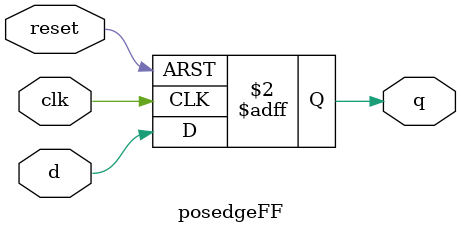
<source format=sv>
module posedgeFF #(parameter width = 1) (
    input wire clk,
    input wire reset,
    input wire[width-1:0] d,
    output logic[width-1:0] q);
    
    always_ff @(posedge clk or posedge reset) begin
        if (reset) q <= 0;
        else q <= d;
    end
    
endmodule

</source>
